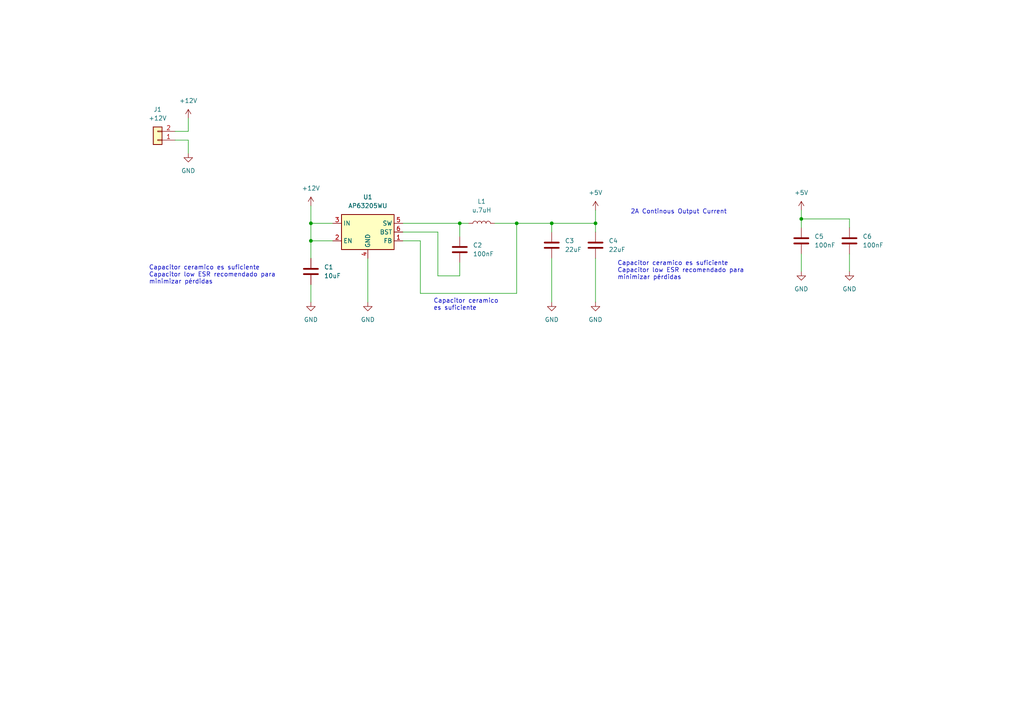
<source format=kicad_sch>
(kicad_sch (version 20211123) (generator eeschema)
  (paper "A4")
  (lib_symbols
    (symbol "Connector_Generic:Conn_01x02" (pin_names (offset 1.016) hide)
      (property "Reference" "J" (at 0 2.54 0))
      (property "Value" "Conn_01x02" (at 0 -5.08 0))
      (symbol "Conn_01x02_1_1"
        (rectangle (start -1.27 -2.413) (end 0 -2.667) (stroke (width 0.1524)))
        (rectangle (start -1.27 0.127) (end 0 -0.127) (stroke (width 0.1524)))
        (rectangle (start -1.27 1.27) (end 1.27 -3.81) (stroke (width 0.254)) (fill (type background)))
        (pin passive line (at -5.08 0 0) (length 3.81) (name "Pin_1") (number "1"))
        (pin passive line (at -5.08 -2.54 0) (length 3.81) (name "Pin_2") (number "2"))
      )
    )
    (symbol "Device:C" (pin_numbers hide) (pin_names (offset 0.254))
      (property "Reference" "C" (at 0.635 2.54 0))
      (property "Value" "C" (at 0.635 -2.54 0))
      (symbol "C_0_1"
        (polyline (pts (xy -2.032 -0.762) (xy 2.032 -0.762)) (stroke (width 0.508)))
        (polyline (pts (xy -2.032 0.762) (xy 2.032 0.762)) (stroke (width 0.508)))
      )
      (symbol "C_1_1"
        (pin passive line (at 0 3.81 270) (length 2.794) (name "~") (number "1"))
        (pin passive line (at 0 -3.81 90) (length 2.794) (name "~") (number "2"))
      )
    )
    (symbol "Device:L" (pin_numbers hide) (pin_names (offset 1.016) hide)
      (property "Reference" "L" (at -1.27 0 90))
      (property "Value" "L" (at 1.905 0 90))
      (symbol "L_0_1"
        (arc (start 0 -2.54) (mid 0.635 -1.905) (end 0 -1.27))
        (arc (start 0 -1.27) (mid 0.635 -0.635) (end 0 0))
        (arc (start 0 0) (mid 0.635 0.635) (end 0 1.27))
        (arc (start 0 1.27) (mid 0.635 1.905) (end 0 2.54))
      )
      (symbol "L_1_1"
        (pin passive line (at 0 3.81 270) (length 1.27) (name "1") (number "1"))
        (pin passive line (at 0 -3.81 90) (length 1.27) (name "2") (number "2"))
      )
    )
    (symbol "Regulator_Switching:AP63205WU"
      (property "Reference" "U" (at -7.62 6.35 0))
      (property "Value" "AP63205WU" (at 2.54 6.35 0))
      (symbol "AP63205WU_0_1"
        (rectangle (start -7.62 5.08) (end 7.62 -5.08) (stroke (width 0.254)) (fill (type background)))
      )
      (symbol "AP63205WU_1_1"
        (pin input line (at 10.16 -2.54 180) (length 2.54) (name "FB") (number "1"))
        (pin input line (at -10.16 -2.54 0) (length 2.54) (name "EN") (number "2"))
        (pin power_in line (at -10.16 2.54 0) (length 2.54) (name "IN") (number "3"))
        (pin power_in line (at 0 -7.62 90) (length 2.54) (name "GND") (number "4"))
        (pin output line (at 10.16 2.54 180) (length 2.54) (name "SW") (number "5"))
        (pin passive line (at 10.16 0 180) (length 2.54) (name "BST") (number "6"))
      )
    )
    (symbol "power:+12V" (power) (pin_names (offset 0))
      (property "Value" "+12V" (at 0 3.556 0))
      (symbol "+12V_0_1"
        (polyline (pts (xy -0.762 1.27) (xy 0 2.54)))
        (polyline (pts (xy 0 0) (xy 0 2.54)))
        (polyline (pts (xy 0 2.54) (xy 0.762 1.27)))
      )
      (symbol "+12V_1_1"
        (pin power_in line (at 0 0 90) (length 0) hide (name "+12V") (number "1"))
      )
    )
    (symbol "power:+5V" (power) (pin_names (offset 0))
      (property "Value" "+5V" (at 0 3.556 0))
      (symbol "+5V_0_1"
        (polyline (pts (xy -0.762 1.27) (xy 0 2.54)))
        (polyline (pts (xy 0 0) (xy 0 2.54)))
        (polyline (pts (xy 0 2.54) (xy 0.762 1.27)))
      )
      (symbol "+5V_1_1"
        (pin power_in line (at 0 0 90) (length 0) hide (name "+5V") (number "1"))
      )
    )
    (symbol "power:GND" (power) (pin_names (offset 0))
      (property "Value" "GND" (at 0 -3.81 0))
      (symbol "GND_0_1"
        (polyline (pts (xy 0 0) (xy 0 -1.27) (xy 1.27 -1.27) (xy 0 -2.54) (xy -1.27 -1.27) (xy 0 -1.27)))
      )
      (symbol "GND_1_1"
        (pin power_in line (at 0 0 270) (length 0) hide (name "GND") (number "1"))
      )
    )
  )
  (junction (at 172.72 64.77))
  (junction (at 160.02 64.77))
  (junction (at 232.41 63.5))
  (junction (at 90.17 69.85))
  (junction (at 90.17 64.77))
  (junction (at 149.86 64.77))
  (junction (at 133.35 64.77))
  (wire (pts (xy 127 80.01) (xy 133.35 80.01)))
  (wire (pts (xy 232.41 63.5) (xy 232.41 66.04)))
  (wire (pts (xy 149.86 64.77) (xy 143.51 64.77)))
  (wire (pts (xy 127 67.31) (xy 127 80.01)))
  (wire (pts (xy 90.17 69.85) (xy 90.17 74.93)))
  (wire (pts (xy 133.35 80.01) (xy 133.35 76.2)))
  (wire (pts (xy 96.52 69.85) (xy 90.17 69.85)))
  (wire (pts (xy 160.02 64.77) (xy 149.86 64.77)))
  (wire (pts (xy 172.72 67.31) (xy 172.72 64.77)))
  (wire (pts (xy 106.68 74.93) (xy 106.68 87.63)))
  (wire (pts (xy 116.84 69.85) (xy 121.92 69.85)))
  (wire (pts (xy 246.38 73.66) (xy 246.38 78.74)))
  (wire (pts (xy 232.41 73.66) (xy 232.41 78.74)))
  (wire (pts (xy 160.02 67.31) (xy 160.02 64.77)))
  (wire (pts (xy 90.17 59.69) (xy 90.17 64.77)))
  (wire (pts (xy 232.41 63.5) (xy 246.38 63.5)))
  (wire (pts (xy 232.41 60.96) (xy 232.41 63.5)))
  (wire (pts (xy 54.61 34.29) (xy 54.61 38.1)))
  (wire (pts (xy 90.17 69.85) (xy 90.17 64.77)))
  (wire (pts (xy 121.92 69.85) (xy 121.92 85.09)))
  (wire (pts (xy 133.35 64.77) (xy 135.89 64.77)))
  (wire (pts (xy 90.17 64.77) (xy 96.52 64.77)))
  (wire (pts (xy 172.72 74.93) (xy 172.72 87.63)))
  (wire (pts (xy 160.02 74.93) (xy 160.02 87.63)))
  (wire (pts (xy 172.72 60.96) (xy 172.72 64.77)))
  (wire (pts (xy 54.61 40.64) (xy 50.8 40.64)))
  (wire (pts (xy 149.86 85.09) (xy 149.86 64.77)))
  (wire (pts (xy 116.84 64.77) (xy 133.35 64.77)))
  (wire (pts (xy 246.38 66.04) (xy 246.38 63.5)))
  (wire (pts (xy 121.92 85.09) (xy 149.86 85.09)))
  (wire (pts (xy 54.61 38.1) (xy 50.8 38.1)))
  (wire (pts (xy 172.72 64.77) (xy 160.02 64.77)))
  (wire (pts (xy 54.61 44.45) (xy 54.61 40.64)))
  (wire (pts (xy 90.17 82.55) (xy 90.17 87.63)))
  (wire (pts (xy 116.84 67.31) (xy 127 67.31)))
  (wire (pts (xy 133.35 64.77) (xy 133.35 68.58)))
  (text "Capacitor ceramico es suficiente\nCapacitor low ESR recomendado para\nminimizar pérdidas" (at 43.18 82.55 0) (effects (font (size 1.27 1.27)) (justify left bottom)))
  (text "2A Continous Output Current" (at 182.88 62.23 0) (effects (font (size 1.27 1.27)) (justify left bottom)))
  (text "Capacitor ceramico \nes suficiente\n" (at 125.73 90.17 0) (effects (font (size 1.27 1.27)) (justify left bottom)))
  (text "Capacitor ceramico es suficiente\nCapacitor low ESR recomendado para\nminimizar pérdidas" (at 179.07 81.28 0) (effects (font (size 1.27 1.27)) (justify left bottom)))
  (symbol (lib_id "power:GND") (at 246.38 78.74 0) (unit 1)
    (property "Reference" "#PWR011" (effects hide))
    (property "Value" "GND" (at 246.38 83.82 0))
  )
  (symbol (lib_id "power:GND") (at 90.17 87.63 0) (unit 1)
    (property "Reference" "#PWR04" (effects hide))
    (property "Value" "GND" (at 90.17 92.71 0))
  )
  (symbol (lib_id "power:GND") (at 172.72 87.63 0) (unit 1)
    (property "Reference" "#PWR08" (effects hide))
    (property "Value" "GND" (at 172.72 92.71 0))
  )
  (symbol (lib_id "Device:C") (at 90.17 78.74 0) (unit 1)
    (property "Reference" "C1" (at 93.98 77.4699 0) (effects (justify left)))
    (property "Value" "10uF" (at 93.98 80.0099 0) (effects (justify left)))
    (property "Footprint" "Capacitor_SMD:C_0603_1608Metric" (effects hide))
  )
  (symbol (lib_id "power:GND") (at 160.02 87.63 0) (unit 1)
    (property "Reference" "#PWR06" (effects hide))
    (property "Value" "GND" (at 160.02 92.71 0))
  )
  (symbol (lib_id "Device:L") (at 139.7 64.77 90) (unit 1)
    (property "Reference" "L1" (at 139.7 58.42 90))
    (property "Value" "u.7uH" (at 139.7 60.96 90))
    (property "Footprint" "Inductor_SMD:L_0805_2012Metric" (effects hide))
  )
  (symbol (lib_id "Device:C") (at 232.41 69.85 0) (unit 1)
    (property "Reference" "C5" (at 236.22 68.5799 0) (effects (justify left)))
    (property "Value" "100nF" (at 236.22 71.1199 0) (effects (justify left)))
    (property "Footprint" "Capacitor_SMD:C_0603_1608Metric" (effects hide))
  )
  (symbol (lib_id "power:GND") (at 54.61 44.45 0) (unit 1)
    (property "Reference" "#PWR02" (effects hide))
    (property "Value" "GND" (at 54.61 49.53 0))
  )
  (symbol (lib_id "Regulator_Switching:AP63205WU") (at 106.68 67.31 0) (unit 1)
    (property "Reference" "U1" (at 106.68 57.15 0))
    (property "Value" "AP63205WU" (at 106.68 59.69 0))
    (property "Footprint" "Package_TO_SOT_SMD:TSOT-23-6" (effects hide))
    (property "Datasheet" "https://www.diodes.com/assets/Datasheets/AP63200-AP63201-AP63203-AP63205.pdf" (effects hide))
  )
  (symbol (lib_id "power:+5V") (at 232.41 60.96 0) (unit 1)
    (property "Reference" "#PWR09" (effects hide))
    (property "Value" "+5V" (at 232.41 55.88 0))
  )
  (symbol (lib_id "power:+12V") (at 54.61 34.29 0) (unit 1)
    (property "Reference" "#PWR01" (effects hide))
    (property "Value" "+12V" (at 54.61 29.21 0))
  )
  (symbol (lib_id "Device:C") (at 246.38 69.85 0) (unit 1)
    (property "Reference" "C6" (at 250.19 68.5799 0) (effects (justify left)))
    (property "Value" "100nF" (at 250.19 71.1199 0) (effects (justify left)))
    (property "Footprint" "Capacitor_SMD:C_0603_1608Metric" (effects hide))
  )
  (symbol (lib_id "Connector_Generic:Conn_01x02") (at 45.72 40.64 180) (unit 1)
    (property "Reference" "J1" (at 45.72 31.75 0))
    (property "Value" "+12V" (at 45.72 34.29 0))
    (property "Footprint" "TerminalBlock:TerminalBlock_bornier-2_P5.08mm" (effects hide))
  )
  (symbol (lib_id "power:+5V") (at 172.72 60.96 0) (unit 1)
    (property "Reference" "#PWR07" (effects hide))
    (property "Value" "+5V" (at 172.72 55.88 0))
  )
  (symbol (lib_id "power:+12V") (at 90.17 59.69 0) (unit 1)
    (property "Reference" "#PWR03" (effects hide))
    (property "Value" "+12V" (at 90.17 54.61 0))
  )
  (symbol (lib_id "power:GND") (at 106.68 87.63 0) (unit 1)
    (property "Reference" "#PWR05" (effects hide))
    (property "Value" "GND" (at 106.68 92.71 0))
  )
  (symbol (lib_id "power:GND") (at 232.41 78.74 0) (unit 1)
    (property "Reference" "#PWR010" (effects hide))
    (property "Value" "GND" (at 232.41 83.82 0))
  )
  (symbol (lib_id "Device:C") (at 133.35 72.39 0) (unit 1)
    (property "Reference" "C2" (at 137.16 71.1199 0) (effects (justify left)))
    (property "Value" "100nF" (at 137.16 73.6599 0) (effects (justify left)))
    (property "Footprint" "Capacitor_SMD:C_0603_1608Metric" (effects hide))
  )
  (symbol (lib_id "Device:C") (at 172.72 71.12 0) (unit 1)
    (property "Reference" "C4" (at 176.53 69.8499 0) (effects (justify left)))
    (property "Value" "22uF" (at 176.53 72.3899 0) (effects (justify left)))
    (property "Footprint" "Capacitor_SMD:C_0603_1608Metric" (effects hide))
  )
  (symbol (lib_id "Device:C") (at 160.02 71.12 0) (unit 1)
    (property "Reference" "C3" (at 163.83 69.8499 0) (effects (justify left)))
    (property "Value" "22uF" (at 163.83 72.3899 0) (effects (justify left)))
    (property "Footprint" "Capacitor_SMD:C_0603_1608Metric" (effects hide))
  )
)
</source>
